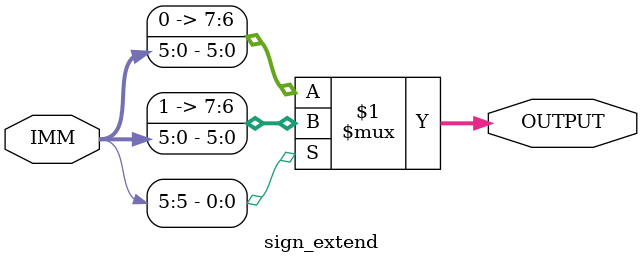
<source format=v>
module sign_extend(IMM, OUTPUT);
	input [5:0] IMM;
	output [7:0] OUTPUT;
	
	assign OUTPUT = IMM[5] ? {2'b11, IMM} : {2'b00, IMM};
	
endmodule
</source>
